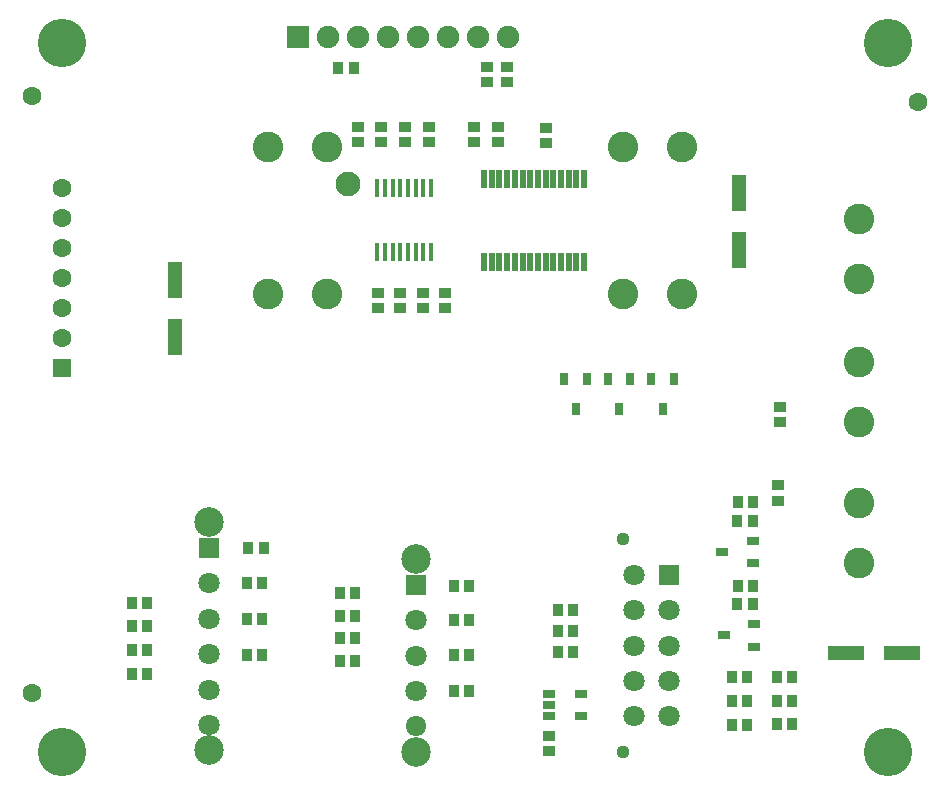
<source format=gts>
G04*
G04 #@! TF.GenerationSoftware,Altium Limited,Altium Designer,24.8.2 (39)*
G04*
G04 Layer_Color=8388736*
%FSAX44Y44*%
%MOMM*%
G71*
G04*
G04 #@! TF.SameCoordinates,ED335716-89E2-4A76-9CEC-4F5FE7A58361*
G04*
G04*
G04 #@! TF.FilePolarity,Negative*
G04*
G01*
G75*
%ADD24R,1.1000X0.9000*%
%ADD25R,1.3000X3.1000*%
%ADD26R,3.1000X1.3000*%
%ADD27R,0.6500X1.0500*%
%ADD28R,0.9000X1.1000*%
%ADD29C,1.6000*%
%ADD30R,1.0500X0.6500*%
%ADD31R,1.1000X0.7000*%
%ADD32R,0.4500X1.5000*%
%ADD33R,0.5500X1.5500*%
%ADD34C,2.1000*%
%ADD35R,1.9000X1.9000*%
%ADD36C,1.9000*%
%ADD37C,1.8000*%
%ADD38R,1.8000X1.8000*%
%ADD39C,1.1200*%
%ADD40C,4.1000*%
%ADD41C,2.6000*%
%ADD42C,2.5000*%
%ADD43R,1.8000X1.7000*%
%ADD44O,1.8000X1.7000*%
%ADD45R,1.6000X1.6000*%
D24*
X00410210Y00630220D02*
D03*
Y00617220D02*
D03*
X00426720D02*
D03*
Y00630220D02*
D03*
X00657860Y00328930D02*
D03*
Y00341930D02*
D03*
X00656590Y00262590D02*
D03*
Y00275590D02*
D03*
X00462280Y00050500D02*
D03*
Y00063500D02*
D03*
X00374650Y00438450D02*
D03*
Y00425450D02*
D03*
X00355600D02*
D03*
Y00438450D02*
D03*
X00336550Y00425450D02*
D03*
Y00438450D02*
D03*
X00317500D02*
D03*
Y00425450D02*
D03*
X00459740Y00565150D02*
D03*
Y00578150D02*
D03*
X00419100Y00579120D02*
D03*
Y00566120D02*
D03*
X00398780Y00579120D02*
D03*
Y00566120D02*
D03*
X00360680Y00579420D02*
D03*
Y00566420D02*
D03*
X00340360D02*
D03*
Y00579420D02*
D03*
X00320040Y00566420D02*
D03*
Y00579420D02*
D03*
X00300990D02*
D03*
Y00566420D02*
D03*
D25*
X00623570Y00475240D02*
D03*
Y00523240D02*
D03*
X00146050Y00401320D02*
D03*
Y00449320D02*
D03*
D26*
X00713870Y00133350D02*
D03*
X00761870D02*
D03*
D27*
X00485140Y00340060D02*
D03*
X00475640Y00366060D02*
D03*
X00494640D02*
D03*
X00558800Y00340060D02*
D03*
X00549300Y00366060D02*
D03*
X00568300D02*
D03*
X00521970Y00340060D02*
D03*
X00512470Y00366060D02*
D03*
X00531470D02*
D03*
D28*
X00220980Y00222250D02*
D03*
X00207980D02*
D03*
X00219710Y00193040D02*
D03*
X00206710D02*
D03*
X00219710Y00162560D02*
D03*
X00206710D02*
D03*
X00219710Y00132080D02*
D03*
X00206710D02*
D03*
X00394970Y00190500D02*
D03*
X00381970D02*
D03*
X00394970Y00161290D02*
D03*
X00381970D02*
D03*
X00394970Y00132080D02*
D03*
X00381970D02*
D03*
X00394970Y00101600D02*
D03*
X00381970D02*
D03*
X00284180Y00628650D02*
D03*
X00297180D02*
D03*
X00622300Y00261620D02*
D03*
X00635300D02*
D03*
X00622000Y00245110D02*
D03*
X00635000D02*
D03*
X00622300Y00190500D02*
D03*
X00635300D02*
D03*
X00622000Y00175260D02*
D03*
X00635000D02*
D03*
X00668560Y00073410D02*
D03*
X00655560D02*
D03*
Y00093410D02*
D03*
X00668560D02*
D03*
X00655560Y00113410D02*
D03*
X00668560D02*
D03*
X00617460Y00113100D02*
D03*
X00630460D02*
D03*
Y00093100D02*
D03*
X00617460D02*
D03*
Y00073100D02*
D03*
X00630460D02*
D03*
X00469900Y00134620D02*
D03*
X00482900D02*
D03*
Y00152400D02*
D03*
X00469900D02*
D03*
X00483000Y00170000D02*
D03*
X00470000D02*
D03*
X00298750Y00127000D02*
D03*
X00285750D02*
D03*
X00298750Y00146050D02*
D03*
X00285750D02*
D03*
X00298750Y00165100D02*
D03*
X00285750D02*
D03*
X00298750Y00184150D02*
D03*
X00285750D02*
D03*
X00122210Y00116270D02*
D03*
X00109210D02*
D03*
X00122210Y00136270D02*
D03*
X00109210D02*
D03*
X00122210Y00156270D02*
D03*
X00109210D02*
D03*
X00122210Y00176270D02*
D03*
X00109210D02*
D03*
D29*
X00775000Y00600000D02*
D03*
X00025000Y00100000D02*
D03*
Y00605000D02*
D03*
X00050000Y00527500D02*
D03*
Y00502000D02*
D03*
Y00400400D02*
D03*
Y00425800D02*
D03*
Y00451200D02*
D03*
Y00476600D02*
D03*
D30*
X00635000Y00209550D02*
D03*
Y00228550D02*
D03*
X00609000Y00219050D02*
D03*
X00636570Y00139090D02*
D03*
Y00158090D02*
D03*
X00610570Y00148590D02*
D03*
D31*
X00490000Y00099000D02*
D03*
Y00080000D02*
D03*
X00463000D02*
D03*
Y00089500D02*
D03*
Y00099000D02*
D03*
D32*
X00362750Y00527000D02*
D03*
X00356250D02*
D03*
X00349750D02*
D03*
X00343250D02*
D03*
X00336750D02*
D03*
X00330250D02*
D03*
X00323750D02*
D03*
X00317250D02*
D03*
X00362750Y00473000D02*
D03*
X00356250D02*
D03*
X00349750D02*
D03*
X00343250D02*
D03*
X00336750D02*
D03*
X00330250D02*
D03*
X00323750D02*
D03*
X00317250D02*
D03*
D33*
X00492250Y00535250D02*
D03*
X00485750D02*
D03*
X00479250D02*
D03*
X00472750D02*
D03*
X00466250D02*
D03*
X00459750D02*
D03*
X00453250D02*
D03*
X00446750D02*
D03*
X00440250D02*
D03*
X00433750D02*
D03*
X00427250D02*
D03*
X00420750D02*
D03*
X00414250D02*
D03*
X00407750D02*
D03*
X00492250Y00464750D02*
D03*
X00485750D02*
D03*
X00479250D02*
D03*
X00472750D02*
D03*
X00466250D02*
D03*
X00459750D02*
D03*
X00453250D02*
D03*
X00446750D02*
D03*
X00440250D02*
D03*
X00433750D02*
D03*
X00427250D02*
D03*
X00420750D02*
D03*
X00414250D02*
D03*
X00407750D02*
D03*
D34*
X00292100Y00530860D02*
D03*
D35*
X00250000Y00655000D02*
D03*
D36*
X00275400D02*
D03*
X00300800D02*
D03*
X00326200D02*
D03*
X00351600D02*
D03*
X00377000D02*
D03*
X00402400D02*
D03*
X00427800D02*
D03*
D37*
X00534400Y00200000D02*
D03*
Y00080000D02*
D03*
Y00110000D02*
D03*
Y00140000D02*
D03*
Y00170000D02*
D03*
X00564400Y00080000D02*
D03*
Y00110000D02*
D03*
Y00140000D02*
D03*
Y00170000D02*
D03*
X00350000Y00161500D02*
D03*
Y00131500D02*
D03*
Y00101500D02*
D03*
X00175000Y00102770D02*
D03*
Y00132770D02*
D03*
Y00162770D02*
D03*
Y00192770D02*
D03*
Y00072770D02*
D03*
D38*
X00564400Y00200000D02*
D03*
D39*
X00525000Y00050000D02*
D03*
Y00230000D02*
D03*
D40*
X00750000Y00050000D02*
D03*
X00050000D02*
D03*
X00750000Y00650000D02*
D03*
X00050000Y00650000D02*
D03*
D41*
X00725170Y00260350D02*
D03*
Y00209550D02*
D03*
X00525000Y00562500D02*
D03*
Y00437500D02*
D03*
X00575000Y00562500D02*
D03*
Y00437500D02*
D03*
X00225000Y00562500D02*
D03*
Y00437500D02*
D03*
X00275000Y00562500D02*
D03*
Y00437500D02*
D03*
X00725000Y00450000D02*
D03*
Y00500800D02*
D03*
X00725170Y00328930D02*
D03*
Y00379730D02*
D03*
D42*
X00350000Y00050000D02*
D03*
Y00213000D02*
D03*
X00175000Y00244270D02*
D03*
Y00051270D02*
D03*
D43*
X00350000Y00191500D02*
D03*
X00175000Y00222770D02*
D03*
D44*
X00350000Y00071500D02*
D03*
D45*
X00050000Y00375000D02*
D03*
M02*

</source>
